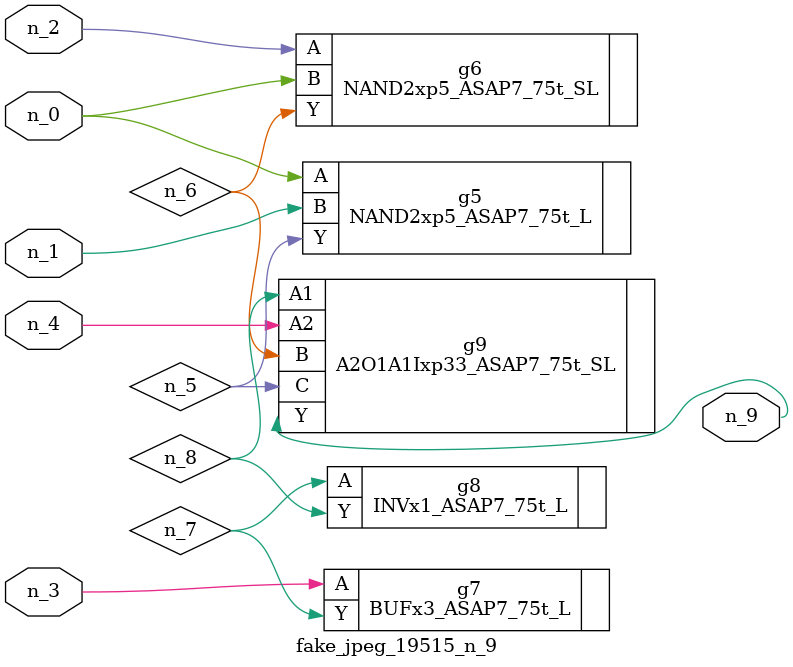
<source format=v>
module fake_jpeg_19515_n_9 (n_3, n_2, n_1, n_0, n_4, n_9);

input n_3;
input n_2;
input n_1;
input n_0;
input n_4;

output n_9;

wire n_8;
wire n_6;
wire n_5;
wire n_7;

NAND2xp5_ASAP7_75t_L g5 ( 
.A(n_0),
.B(n_1),
.Y(n_5)
);

NAND2xp5_ASAP7_75t_SL g6 ( 
.A(n_2),
.B(n_0),
.Y(n_6)
);

BUFx3_ASAP7_75t_L g7 ( 
.A(n_3),
.Y(n_7)
);

INVx1_ASAP7_75t_L g8 ( 
.A(n_7),
.Y(n_8)
);

A2O1A1Ixp33_ASAP7_75t_SL g9 ( 
.A1(n_8),
.A2(n_4),
.B(n_6),
.C(n_5),
.Y(n_9)
);


endmodule
</source>
